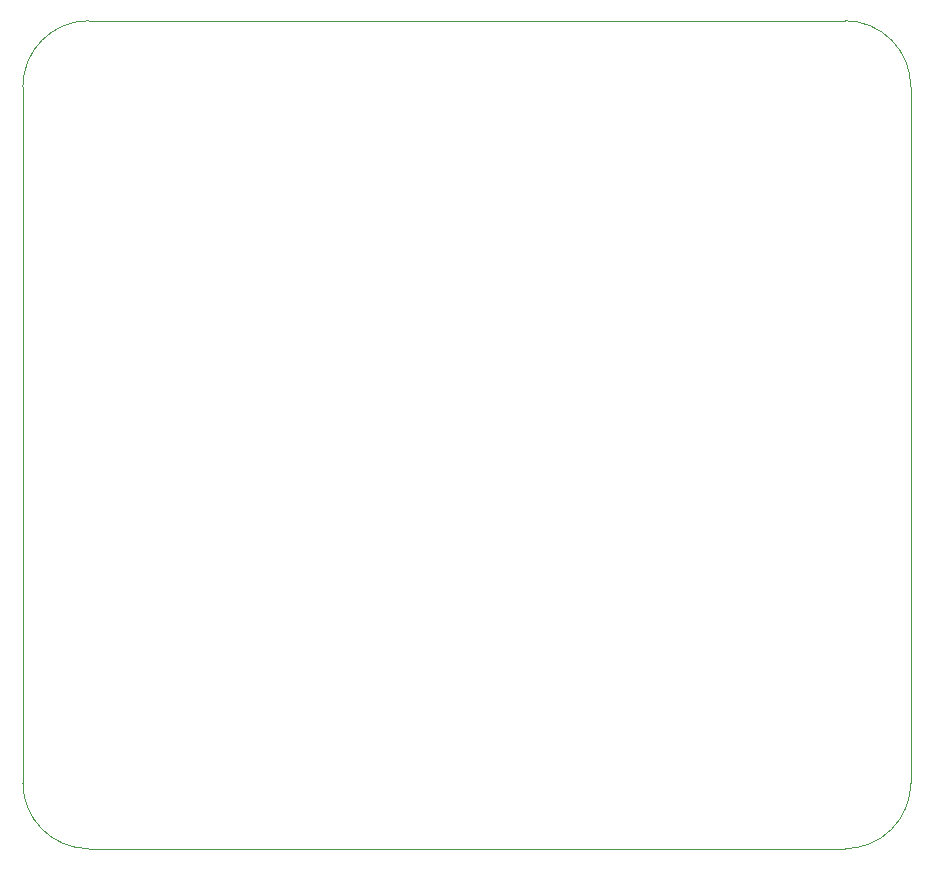
<source format=gko>
G04 #@! TF.FileFunction,Profile,NP*
%FSLAX46Y46*%
G04 Gerber Fmt 4.6, Leading zero omitted, Abs format (unit mm)*
G04 Created by KiCad (PCBNEW (2015-08-21 BZR 6112)-product) date 2015 October 15, Thursday 21:52:47*
%MOMM*%
G01*
G04 APERTURE LIST*
%ADD10C,0.100000*%
G04 APERTURE END LIST*
D10*
X103124000Y-62992000D02*
X167132000Y-62992000D01*
X97536000Y-127508000D02*
X97536000Y-68580000D01*
X167132000Y-133096000D02*
X103124000Y-133096000D01*
X172720000Y-68580000D02*
X172720000Y-127508000D01*
X172720000Y-68580000D02*
G75*
G03X167132000Y-62992000I-5588000J0D01*
G01*
X167132000Y-133096000D02*
G75*
G03X172720000Y-127508000I0J5588000D01*
G01*
X97536000Y-127508000D02*
G75*
G03X103124000Y-133096000I5588000J0D01*
G01*
X103124000Y-62992000D02*
G75*
G03X97536000Y-68580000I0J-5588000D01*
G01*
M02*

</source>
